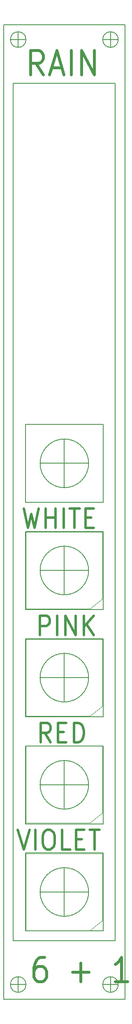
<source format=gbr>
%TF.GenerationSoftware,KiCad,Pcbnew,(5.1.9)-1*%
%TF.CreationDate,2021-09-21T18:31:50+01:00*%
%TF.ProjectId,Kosmo Noise,4b6f736d-6f20-44e6-9f69-73652e6b6963,rev?*%
%TF.SameCoordinates,Original*%
%TF.FileFunction,OtherDrawing,Comment*%
%FSLAX46Y46*%
G04 Gerber Fmt 4.6, Leading zero omitted, Abs format (unit mm)*
G04 Created by KiCad (PCBNEW (5.1.9)-1) date 2021-09-21 18:31:50*
%MOMM*%
%LPD*%
G01*
G04 APERTURE LIST*
%ADD10C,0.200000*%
%ADD11C,0.625000*%
%ADD12C,0.500000*%
%ADD13C,0.120000*%
G04 APERTURE END LIST*
D10*
X16500384Y6231728D02*
X16500384Y-193768272D01*
X24000384Y-149768272D02*
X34000384Y-149768272D01*
X17900384Y-190768272D02*
X21100384Y-190768272D01*
X24000384Y-171768272D02*
X34000384Y-171768272D01*
X34000384Y-171768272D02*
G75*
G03*
X34000384Y-171768272I-5000000J0D01*
G01*
X18500384Y-95450111D02*
X18500384Y-181768272D01*
X39500384Y-5768272D02*
X18500384Y-5768272D01*
X41500384Y6231728D02*
X16500384Y6231728D01*
X34000384Y-149768272D02*
G75*
G03*
X34000384Y-149768272I-5000000J0D01*
G01*
X21100384Y-190768272D02*
G75*
G03*
X21100384Y-190768272I-1600000J0D01*
G01*
X41500384Y-193768272D02*
X41500384Y6231728D01*
X29000384Y-166768272D02*
X29000384Y-176768272D01*
X21100384Y3231728D02*
G75*
G03*
X21100384Y3231728I-1600000J0D01*
G01*
X17900384Y3231728D02*
X21100384Y3231728D01*
X16500384Y-193768272D02*
X41500384Y-193768272D01*
X19500384Y4831729D02*
X19500384Y1631729D01*
X19500384Y-189168271D02*
X19500384Y-192368271D01*
X29000384Y-144768272D02*
X29000384Y-154768272D01*
X39500384Y-181768272D02*
X39500384Y-95450111D01*
X21100384Y3231728D02*
G75*
G03*
X21100384Y3231728I-1600000J0D01*
G01*
X41500383Y-149768272D02*
X41500383Y-150480832D01*
X21000384Y-179768272D02*
X21000384Y-163768272D01*
X21100384Y-190768272D02*
G75*
G03*
X21100384Y-190768272I-1600000J0D01*
G01*
X29000384Y-166768272D02*
X29000384Y-176768272D01*
X41500383Y-104768272D02*
X41500383Y-105480832D01*
X38500384Y4831729D02*
X38500384Y1631729D01*
X18500384Y-181768272D02*
X39500384Y-181768272D01*
X21000384Y-97768272D02*
X37000384Y-97768272D01*
X34000384Y-105768272D02*
G75*
G03*
X34000384Y-105768272I-5000000J0D01*
G01*
X37000384Y-113768272D02*
X21000384Y-113768272D01*
X41500383Y-171768272D02*
X41500383Y-172480832D01*
X36900384Y3231728D02*
X40100384Y3231728D01*
X37000384Y-91768272D02*
X21000384Y-91768272D01*
X21000384Y-91768272D02*
X21000384Y-75768272D01*
X24000384Y-105768272D02*
X34000384Y-105768272D01*
X41500383Y-15768272D02*
X41500383Y-16480832D01*
X37000384Y-141768272D02*
X37000384Y-157768272D01*
X21000384Y-113768272D02*
X21000384Y-97768272D01*
X41500383Y-82768272D02*
X41500383Y-83480832D01*
X40100384Y-190768272D02*
G75*
G03*
X40100384Y-190768272I-1600000J0D01*
G01*
X37000384Y-97768272D02*
X37000384Y-113768272D01*
X21000384Y-75768272D02*
X37000384Y-75768272D01*
X21000384Y-135768272D02*
X21000384Y-119768272D01*
X21000384Y-141768272D02*
X37000384Y-141768272D01*
X41500383Y-37768272D02*
X41500383Y-38480832D01*
X19500384Y-189168271D02*
X19500384Y-192368271D01*
X39500384Y-105768272D02*
X39500384Y-5768272D01*
X41500384Y6231728D02*
X16500384Y6231728D01*
X41500384Y-193768272D02*
X41500384Y6231728D01*
X36900384Y-190768272D02*
X40100384Y-190768272D01*
X37000384Y-163768272D02*
X37000384Y-179768272D01*
X21000384Y-157768272D02*
X21000384Y-141768272D01*
X29000384Y-100768272D02*
X29000384Y-110768272D01*
X21000384Y-119768272D02*
X37000384Y-119768272D01*
X37000384Y-135768272D02*
X21000384Y-135768272D01*
X29000384Y-122768272D02*
X29000384Y-132768272D01*
X17900384Y-190768272D02*
X21100384Y-190768272D01*
X18500384Y-5768272D02*
X18500384Y-105768272D01*
X24000384Y-127768272D02*
X34000384Y-127768272D01*
X17900384Y3231728D02*
X21100384Y3231728D01*
X37000384Y-157768272D02*
X21000384Y-157768272D01*
X37000384Y-119768272D02*
X37000384Y-135768272D01*
X38500384Y-189168271D02*
X38500384Y-192368271D01*
X19500384Y4831729D02*
X19500384Y1631729D01*
X29000384Y-144768272D02*
X29000384Y-154768272D01*
X24000384Y-149768272D02*
X34000384Y-149768272D01*
X34000384Y-149768272D02*
G75*
G03*
X34000384Y-149768272I-5000000J0D01*
G01*
X21000384Y-163768272D02*
X37000384Y-163768272D01*
X40100384Y3231728D02*
G75*
G03*
X40100384Y3231728I-1600000J0D01*
G01*
X34000384Y-171768272D02*
G75*
G03*
X34000384Y-171768272I-5000000J0D01*
G01*
X16500384Y6231728D02*
X16500384Y-193768272D01*
X37000384Y-179768272D02*
X21000384Y-179768272D01*
X16500384Y-193768272D02*
X41500384Y-193768272D01*
X37000384Y-75768272D02*
X37000384Y-91768272D01*
X29000384Y-78768272D02*
X29000384Y-88768272D01*
X24000384Y-171768272D02*
X34000384Y-171768272D01*
X39500384Y-181768272D02*
X39500384Y-95450111D01*
X18500384Y-95450111D02*
X18500384Y-181768272D01*
X34000384Y-127768272D02*
G75*
G03*
X34000384Y-127768272I-5000000J0D01*
G01*
X37000384Y-97768272D02*
X37000384Y-113768272D01*
X21000384Y-97768272D02*
X37000384Y-97768272D01*
X41500383Y-37768272D02*
X41500383Y-38480832D01*
X29000384Y-100768272D02*
X29000384Y-110768272D01*
X21000384Y-113768272D02*
X21000384Y-97768272D01*
X41500383Y-82768272D02*
X41500383Y-83480832D01*
X21000384Y-179768272D02*
X21000384Y-163768272D01*
X37000384Y-179768272D02*
X21000384Y-179768272D01*
X21000384Y-163768272D02*
X37000384Y-163768272D01*
X36900384Y-190768272D02*
X40100384Y-190768272D01*
X40100384Y3231728D02*
G75*
G03*
X40100384Y3231728I-1600000J0D01*
G01*
X34000384Y-105768272D02*
G75*
G03*
X34000384Y-105768272I-5000000J0D01*
G01*
X29000384Y-122768272D02*
X29000384Y-132768272D01*
X21000384Y-157768272D02*
X21000384Y-141768272D01*
X37000384Y-157768272D02*
X21000384Y-157768272D01*
X37000384Y-163768272D02*
X37000384Y-179768272D01*
X40100384Y-190768272D02*
G75*
G03*
X40100384Y-190768272I-1600000J0D01*
G01*
X36900384Y3231728D02*
X40100384Y3231728D01*
X24000384Y-105768272D02*
X34000384Y-105768272D01*
X37000384Y-135768272D02*
X21000384Y-135768272D01*
X21000384Y-119768272D02*
X37000384Y-119768272D01*
X34000384Y-127768272D02*
G75*
G03*
X34000384Y-127768272I-5000000J0D01*
G01*
X21000384Y-135768272D02*
X21000384Y-119768272D01*
X38500384Y-189168271D02*
X38500384Y-192368271D01*
X38500384Y4831729D02*
X38500384Y1631729D01*
X37000384Y-119768272D02*
X37000384Y-135768272D01*
X24000384Y-127768272D02*
X34000384Y-127768272D01*
X41500383Y-15768272D02*
X41500383Y-16480832D01*
X41500383Y-104768272D02*
X41500383Y-105480832D01*
X41500383Y-149768272D02*
X41500383Y-150480832D01*
X37000384Y-141768272D02*
X37000384Y-157768272D01*
X21000384Y-141768272D02*
X37000384Y-141768272D01*
X41500383Y-171768272D02*
X41500383Y-172480832D01*
X24000384Y-83768272D02*
X34000384Y-83768272D01*
X34000384Y-83768272D02*
G75*
G03*
X34000384Y-83768272I-5000000J0D01*
G01*
X37000384Y-113768272D02*
X21000384Y-113768272D01*
D11*
X24860639Y-185141372D02*
X24003496Y-185141372D01*
X23574924Y-185379468D01*
X23360639Y-185617563D01*
X22932067Y-186331848D01*
X22717781Y-187284229D01*
X22717781Y-189188991D01*
X22932067Y-189665182D01*
X23146353Y-189903277D01*
X23574924Y-190141372D01*
X24432067Y-190141372D01*
X24860639Y-189903277D01*
X25074924Y-189665182D01*
X25289210Y-189188991D01*
X25289210Y-187998515D01*
X25074924Y-187522325D01*
X24860639Y-187284229D01*
X24432067Y-187046134D01*
X23574924Y-187046134D01*
X23146353Y-187284229D01*
X22932067Y-187522325D01*
X22717781Y-187998515D01*
X30646353Y-188236610D02*
X34074924Y-188236610D01*
X32360639Y-190141372D02*
X32360639Y-186331848D01*
X42003496Y-190141372D02*
X39432067Y-190141372D01*
X40717781Y-190141372D02*
X40717781Y-185141372D01*
X40289210Y-185855658D01*
X39860639Y-186331848D01*
X39432067Y-186569944D01*
X24613664Y-3997093D02*
X23113664Y-1616141D01*
X22042235Y-3997093D02*
X22042235Y1002906D01*
X23756521Y1002906D01*
X24185092Y764811D01*
X24399378Y526715D01*
X24613664Y50525D01*
X24613664Y-663760D01*
X24399378Y-1139950D01*
X24185092Y-1378046D01*
X23756521Y-1616141D01*
X22042235Y-1616141D01*
X26327949Y-2568522D02*
X28470807Y-2568522D01*
X25899378Y-3997093D02*
X27399378Y1002906D01*
X28899378Y-3997093D01*
X30399378Y-3997093D02*
X30399378Y1002906D01*
X32542235Y-3997093D02*
X32542235Y1002906D01*
X35113664Y-3997093D01*
X35113664Y1002906D01*
X24860639Y-185141372D02*
X24003496Y-185141372D01*
X23574924Y-185379468D01*
X23360639Y-185617563D01*
X22932067Y-186331848D01*
X22717781Y-187284229D01*
X22717781Y-189188991D01*
X22932067Y-189665182D01*
X23146353Y-189903277D01*
X23574924Y-190141372D01*
X24432067Y-190141372D01*
X24860639Y-189903277D01*
X25074924Y-189665182D01*
X25289210Y-189188991D01*
X25289210Y-187998515D01*
X25074924Y-187522325D01*
X24860639Y-187284229D01*
X24432067Y-187046134D01*
X23574924Y-187046134D01*
X23146353Y-187284229D01*
X22932067Y-187522325D01*
X22717781Y-187998515D01*
X30646353Y-188236610D02*
X34074924Y-188236610D01*
X32360639Y-190141372D02*
X32360639Y-186331848D01*
X42003496Y-190141372D02*
X39432067Y-190141372D01*
X40717781Y-190141372D02*
X40717781Y-185141372D01*
X40289210Y-185855658D01*
X39860639Y-186331848D01*
X39432067Y-186569944D01*
D12*
X19430318Y-159033523D02*
X20630318Y-163033523D01*
X21830318Y-159033523D01*
X23030318Y-163033523D02*
X23030318Y-159033523D01*
X25430318Y-159033523D02*
X26116032Y-159033523D01*
X26458889Y-159224000D01*
X26801746Y-159604952D01*
X26973175Y-160366857D01*
X26973175Y-161700190D01*
X26801746Y-162462095D01*
X26458889Y-162843047D01*
X26116032Y-163033523D01*
X25430318Y-163033523D01*
X25087461Y-162843047D01*
X24744603Y-162462095D01*
X24573175Y-161700190D01*
X24573175Y-160366857D01*
X24744603Y-159604952D01*
X25087461Y-159224000D01*
X25430318Y-159033523D01*
X30230318Y-163033523D02*
X28516032Y-163033523D01*
X28516032Y-159033523D01*
X31430318Y-160938285D02*
X32630318Y-160938285D01*
X33144603Y-163033523D02*
X31430318Y-163033523D01*
X31430318Y-159033523D01*
X33144603Y-159033523D01*
X34173175Y-159033523D02*
X36230318Y-159033523D01*
X35201746Y-163033523D02*
X35201746Y-159033523D01*
X23941826Y-119033523D02*
X23941826Y-115033523D01*
X25313255Y-115033523D01*
X25656112Y-115224000D01*
X25827541Y-115414476D01*
X25998969Y-115795428D01*
X25998969Y-116366857D01*
X25827541Y-116747809D01*
X25656112Y-116938285D01*
X25313255Y-117128761D01*
X23941826Y-117128761D01*
X27541826Y-119033523D02*
X27541826Y-115033523D01*
X29256112Y-119033523D02*
X29256112Y-115033523D01*
X31313255Y-119033523D01*
X31313255Y-115033523D01*
X33027541Y-119033523D02*
X33027541Y-115033523D01*
X35084684Y-119033523D02*
X33541826Y-116747809D01*
X35084684Y-115033523D02*
X33027541Y-117319238D01*
D11*
X24613664Y-3997093D02*
X23113664Y-1616141D01*
X22042235Y-3997093D02*
X22042235Y1002906D01*
X23756521Y1002906D01*
X24185092Y764811D01*
X24399378Y526715D01*
X24613664Y50525D01*
X24613664Y-663760D01*
X24399378Y-1139950D01*
X24185092Y-1378046D01*
X23756521Y-1616141D01*
X22042235Y-1616141D01*
X26327949Y-2568522D02*
X28470807Y-2568522D01*
X25899378Y-3997093D02*
X27399378Y1002906D01*
X28899378Y-3997093D01*
X30399378Y-3997093D02*
X30399378Y1002906D01*
X32542235Y-3997093D02*
X32542235Y1002906D01*
X35113664Y-3997093D01*
X35113664Y1002906D01*
D12*
X20660020Y-93033523D02*
X21517163Y-97033523D01*
X22202877Y-94176380D01*
X22888592Y-97033523D01*
X23745735Y-93033523D01*
X25117163Y-97033523D02*
X25117163Y-93033523D01*
X25117163Y-94938285D02*
X27174306Y-94938285D01*
X27174306Y-97033523D02*
X27174306Y-93033523D01*
X28888592Y-97033523D02*
X28888592Y-93033523D01*
X30088592Y-93033523D02*
X32145735Y-93033523D01*
X31117163Y-97033523D02*
X31117163Y-93033523D01*
X33345735Y-94938285D02*
X34545735Y-94938285D01*
X35060020Y-97033523D02*
X33345735Y-97033523D01*
X33345735Y-93033523D01*
X35060020Y-93033523D01*
X26162785Y-141033523D02*
X24962785Y-139128761D01*
X24105642Y-141033523D02*
X24105642Y-137033523D01*
X25477071Y-137033523D01*
X25819928Y-137224000D01*
X25991357Y-137414476D01*
X26162785Y-137795428D01*
X26162785Y-138366857D01*
X25991357Y-138747809D01*
X25819928Y-138938285D01*
X25477071Y-139128761D01*
X24105642Y-139128761D01*
X27705642Y-138938285D02*
X28905642Y-138938285D01*
X29419928Y-141033523D02*
X27705642Y-141033523D01*
X27705642Y-137033523D01*
X29419928Y-137033523D01*
X30962785Y-141033523D02*
X30962785Y-137033523D01*
X31819928Y-137033523D01*
X32334214Y-137224000D01*
X32677071Y-137604952D01*
X32848500Y-137985904D01*
X33019928Y-138747809D01*
X33019928Y-139319238D01*
X32848500Y-140081142D01*
X32677071Y-140462095D01*
X32334214Y-140843047D01*
X31819928Y-141033523D01*
X30962785Y-141033523D01*
D13*
%TO.C,J2*%
X34333500Y-113585500D02*
X21125500Y-113585500D01*
X36873500Y-111553500D02*
X34333500Y-113585500D01*
X21125500Y-113585500D02*
X21125500Y-97837500D01*
X36873500Y-110537500D02*
X36873500Y-111553500D01*
X36873500Y-97837500D02*
X36873500Y-110537500D01*
X21125500Y-97837500D02*
X36873500Y-97837500D01*
%TO.C,J1*%
X34333500Y-157591000D02*
X21125500Y-157591000D01*
X36873500Y-155559000D02*
X34333500Y-157591000D01*
X21125500Y-157591000D02*
X21125500Y-141843000D01*
X36873500Y-154543000D02*
X36873500Y-155559000D01*
X36873500Y-141843000D02*
X36873500Y-154543000D01*
X21125500Y-141843000D02*
X36873500Y-141843000D01*
%TO.C,J3*%
X21125500Y-163877500D02*
X36873500Y-163877500D01*
X36873500Y-163877500D02*
X36873500Y-176577500D01*
X36873500Y-176577500D02*
X36873500Y-177593500D01*
X21125500Y-179625500D02*
X21125500Y-163877500D01*
X36873500Y-177593500D02*
X34333500Y-179625500D01*
X34333500Y-179625500D02*
X21125500Y-179625500D01*
%TO.C,J5*%
X21125500Y-119872000D02*
X36873500Y-119872000D01*
X36873500Y-119872000D02*
X36873500Y-132572000D01*
X36873500Y-132572000D02*
X36873500Y-133588000D01*
X21125500Y-135620000D02*
X21125500Y-119872000D01*
X36873500Y-133588000D02*
X34333500Y-135620000D01*
X34333500Y-135620000D02*
X21125500Y-135620000D01*
%TD*%
M02*

</source>
